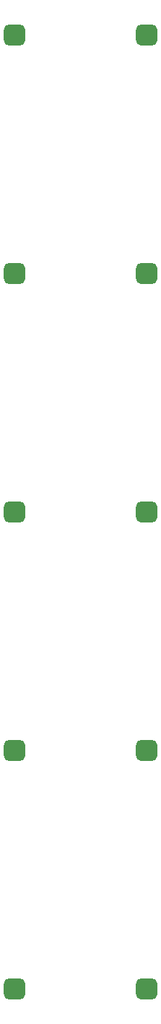
<source format=gbp>
G04 #@! TF.GenerationSoftware,KiCad,Pcbnew,6.0.2+dfsg-1*
G04 #@! TF.CreationDate,2023-11-02T10:53:08-06:00*
G04 #@! TF.ProjectId,ckt-dingdong-flash-array,636b742d-6469-46e6-9764-6f6e672d666c,rev?*
G04 #@! TF.SameCoordinates,Original*
G04 #@! TF.FileFunction,Paste,Bot*
G04 #@! TF.FilePolarity,Positive*
%FSLAX46Y46*%
G04 Gerber Fmt 4.6, Leading zero omitted, Abs format (unit mm)*
G04 Created by KiCad (PCBNEW 6.0.2+dfsg-1) date 2023-11-02 10:53:08*
%MOMM*%
%LPD*%
G01*
G04 APERTURE LIST*
G04 APERTURE END LIST*
G36*
G01*
X147975000Y-59845000D02*
X147975000Y-61095000D01*
G75*
G02*
X147350000Y-61720000I-625000J0D01*
G01*
X146100000Y-61720000D01*
G75*
G02*
X145475000Y-61095000I0J625000D01*
G01*
X145475000Y-59845000D01*
G75*
G02*
X146100000Y-59220000I625000J0D01*
G01*
X147350000Y-59220000D01*
G75*
G02*
X147975000Y-59845000I0J-625000D01*
G01*
G37*
G36*
G01*
X132475000Y-59845000D02*
X132475000Y-61095000D01*
G75*
G02*
X131850000Y-61720000I-625000J0D01*
G01*
X130600000Y-61720000D01*
G75*
G02*
X129975000Y-61095000I0J625000D01*
G01*
X129975000Y-59845000D01*
G75*
G02*
X130600000Y-59220000I625000J0D01*
G01*
X131850000Y-59220000D01*
G75*
G02*
X132475000Y-59845000I0J-625000D01*
G01*
G37*
G36*
G01*
X147975000Y-143665000D02*
X147975000Y-144915000D01*
G75*
G02*
X147350000Y-145540000I-625000J0D01*
G01*
X146100000Y-145540000D01*
G75*
G02*
X145475000Y-144915000I0J625000D01*
G01*
X145475000Y-143665000D01*
G75*
G02*
X146100000Y-143040000I625000J0D01*
G01*
X147350000Y-143040000D01*
G75*
G02*
X147975000Y-143665000I0J-625000D01*
G01*
G37*
G36*
G01*
X132475000Y-143665000D02*
X132475000Y-144915000D01*
G75*
G02*
X131850000Y-145540000I-625000J0D01*
G01*
X130600000Y-145540000D01*
G75*
G02*
X129975000Y-144915000I0J625000D01*
G01*
X129975000Y-143665000D01*
G75*
G02*
X130600000Y-143040000I625000J0D01*
G01*
X131850000Y-143040000D01*
G75*
G02*
X132475000Y-143665000I0J-625000D01*
G01*
G37*
G36*
G01*
X147975000Y-31905000D02*
X147975000Y-33155000D01*
G75*
G02*
X147350000Y-33780000I-625000J0D01*
G01*
X146100000Y-33780000D01*
G75*
G02*
X145475000Y-33155000I0J625000D01*
G01*
X145475000Y-31905000D01*
G75*
G02*
X146100000Y-31280000I625000J0D01*
G01*
X147350000Y-31280000D01*
G75*
G02*
X147975000Y-31905000I0J-625000D01*
G01*
G37*
G36*
G01*
X132475000Y-31905000D02*
X132475000Y-33155000D01*
G75*
G02*
X131850000Y-33780000I-625000J0D01*
G01*
X130600000Y-33780000D01*
G75*
G02*
X129975000Y-33155000I0J625000D01*
G01*
X129975000Y-31905000D01*
G75*
G02*
X130600000Y-31280000I625000J0D01*
G01*
X131850000Y-31280000D01*
G75*
G02*
X132475000Y-31905000I0J-625000D01*
G01*
G37*
G36*
G01*
X147975000Y-87785000D02*
X147975000Y-89035000D01*
G75*
G02*
X147350000Y-89660000I-625000J0D01*
G01*
X146100000Y-89660000D01*
G75*
G02*
X145475000Y-89035000I0J625000D01*
G01*
X145475000Y-87785000D01*
G75*
G02*
X146100000Y-87160000I625000J0D01*
G01*
X147350000Y-87160000D01*
G75*
G02*
X147975000Y-87785000I0J-625000D01*
G01*
G37*
G36*
G01*
X132475000Y-87785000D02*
X132475000Y-89035000D01*
G75*
G02*
X131850000Y-89660000I-625000J0D01*
G01*
X130600000Y-89660000D01*
G75*
G02*
X129975000Y-89035000I0J625000D01*
G01*
X129975000Y-87785000D01*
G75*
G02*
X130600000Y-87160000I625000J0D01*
G01*
X131850000Y-87160000D01*
G75*
G02*
X132475000Y-87785000I0J-625000D01*
G01*
G37*
G36*
G01*
X147975000Y-115725000D02*
X147975000Y-116975000D01*
G75*
G02*
X147350000Y-117600000I-625000J0D01*
G01*
X146100000Y-117600000D01*
G75*
G02*
X145475000Y-116975000I0J625000D01*
G01*
X145475000Y-115725000D01*
G75*
G02*
X146100000Y-115100000I625000J0D01*
G01*
X147350000Y-115100000D01*
G75*
G02*
X147975000Y-115725000I0J-625000D01*
G01*
G37*
G36*
G01*
X132475000Y-115725000D02*
X132475000Y-116975000D01*
G75*
G02*
X131850000Y-117600000I-625000J0D01*
G01*
X130600000Y-117600000D01*
G75*
G02*
X129975000Y-116975000I0J625000D01*
G01*
X129975000Y-115725000D01*
G75*
G02*
X130600000Y-115100000I625000J0D01*
G01*
X131850000Y-115100000D01*
G75*
G02*
X132475000Y-115725000I0J-625000D01*
G01*
G37*
M02*

</source>
